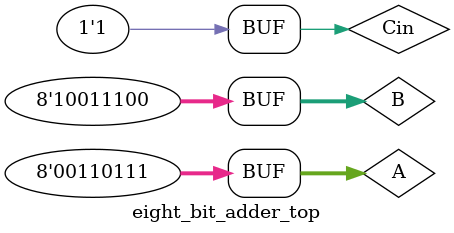
<source format=v>
module eight_bit_adder_top;

   reg [7:0] A;
   reg [7:0] B;
   reg Cin;

   wire [7:0] Sum;
   wire Carry;

   eight_bit_adder ADDER (A, B, Cin, Sum, Carry);

   always @ (A or B or Cin  or Sum or Carry) begin
      $display("time=%d: %b + %b + %b = %b, carry= %d\n ", $time,A,B,Cin,Sum,Carry);
   end

   initial begin
      A = 100; B = 100; Cin = 1;
      #1;
      $display("\n");
      A = 200; B = 200; Cin = 0;
      #1;
      $display("\n");
      A = 101; B = 200; Cin = 0;
      #1;
      $display("\n");
      A = 111; B = 222; Cin = 0;
      #1;
      $display("\n");
      A = 34; B = 214; Cin = 1;
      #1;
      $display("\n");
      A = 122; B = 122; Cin = 1;
      #1;
      $display("\n");
      A = 134; B = 2; Cin = 0;
      #1;
      $display("\n");
      A = 100; B = 50; Cin = 1;
      #1;
      $display("\n");
      A = 176; B = 200; Cin = 0;
      #1;
      $display("\n");
      A = 55; B = 156; Cin = 1;
      #1;
   end

endmodule
</source>
